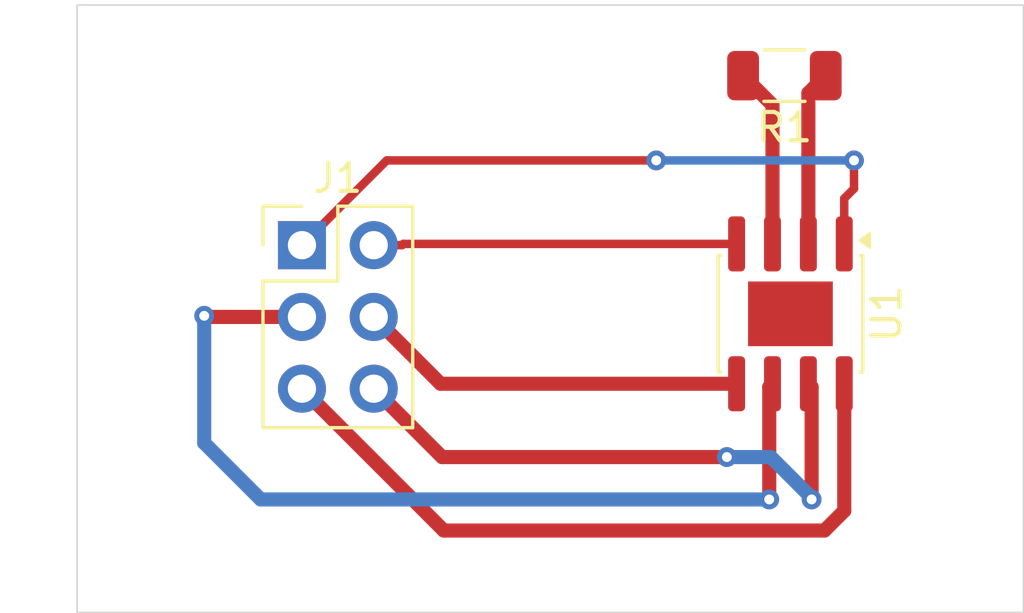
<source format=kicad_pcb>
(kicad_pcb (version 20241229) (generator "pcbnew") (generator_version "9.0")
  (layers (0 "F.Cu" signal) (2 "B.Cu" signal) (13 "F.Paste" user) (15 "B.Paste" user) (5 "F.SilkS" user "F.Silkscreen") (7 "B.SilkS" user "B.Silkscreen") (1 "F.Mask" user) (3 "B.Mask" user) (25 "Edge.Cuts" user))
  (net 0 "")
  (net 1 "/IN+")
  (net 2 "REF")
  (net 3 "Net-(J1-Pin_6)")
  (net 4 "/IN-")
  (net 5 "VDD")
  (net 6 "VSS")
  (net 7 "Net-(R1-Pad2)")
  (net 8 "Net-(R1-Pad1)")
  (footprint "Package_SO:SOIC-8-1EP_3.9x4.9mm_P1.27mm_EP2.29x3mm" (layer "F.Cu") (at 155.75 97.93 -90)
    (property "Reference" "U1" (at 0 -3.4 90) (layer "F.SilkS"))
    (property "Value" "AD8429")
    (fp_line (start -2.06 2.56) (end -2.06 2.465) (stroke (width 0.12)) (layer "F.SilkS"))
    (fp_line (start 2.06 2.56) (end -2.06 2.56) (stroke (width 0.12)) (layer "F.SilkS"))
    (fp_line (start 2.06 2.465) (end 2.06 2.56) (stroke (width 0.12)) (layer "F.SilkS"))
    (fp_line (start -2.06 -2.465) (end -2.06 -2.56) (stroke (width 0.12)) (layer "F.SilkS"))
    (fp_line (start -2.06 -2.56) (end 2.06 -2.56) (stroke (width 0.12)) (layer "F.SilkS"))
    (fp_line (start 2.06 -2.56) (end 2.06 -2.465) (stroke (width 0.12)) (layer "F.SilkS"))
    (fp_poly (pts (xy -2.6 -2.47) (xy -2.84 -2.8) (xy -2.36 -2.8)) (stroke (width 0.12)) (fill yes) (layer "F.SilkS"))
    (pad "1" smd roundrect (at -2.475 -1.905 270) (size 1.95 0.6) (layers "F.Cu" "F.Mask" "F.Paste") (net 4 "/IN-"))
    (pad "2" smd roundrect (at -2.475 -0.635 270) (size 1.95 0.6) (layers "F.Cu" "F.Mask" "F.Paste") (net 8 "Net-(R1-Pad1)"))
    (pad "3" smd roundrect (at -2.475 0.635 270) (size 1.95 0.6) (layers "F.Cu" "F.Mask" "F.Paste") (net 7 "Net-(R1-Pad2)"))
    (pad "4" smd roundrect (at -2.475 1.905 270) (size 1.95 0.6) (layers "F.Cu" "F.Mask" "F.Paste") (net 1 "/IN+"))
    (pad "5" smd roundrect (at 2.475 1.905 270) (size 1.95 0.6) (layers "F.Cu" "F.Mask" "F.Paste") (net 6 "VSS"))
    (pad "6" smd roundrect (at 2.475 0.635 270) (size 1.95 0.6) (layers "F.Cu" "F.Mask" "F.Paste") (net 2 "REF"))
    (pad "7" smd roundrect (at 2.475 -0.635 270) (size 1.95 0.6) (layers "F.Cu" "F.Mask" "F.Paste") (net 3 "Net-(J1-Pin_6)"))
    (pad "8" smd roundrect (at 2.475 -1.905 270) (size 1.95 0.6) (layers "F.Cu" "F.Mask" "F.Paste") (net 5 "VDD"))
    (pad "9" smd rect (at 0 0 270) (size 2.29 3) (property pad_prop_heatsink) (layers "F.Cu" "F.Mask"))
  )
  (footprint "Connector_PinHeader_2.54mm:PinHeader_2x03_P2.54mm_Vertical" (layer "F.Cu") (at 138.46 95.5)
    (property "Reference" "J1" (at 1.27 -2.38 0) (layer "F.SilkS"))
    (property "Value" "Conn_02x03_Counter_Clockwise")
    (fp_line (start -1.38 -1.38) (end 0 -1.38) (stroke (width 0.12)) (layer "F.SilkS"))
    (fp_line (start -1.38 0) (end -1.38 -1.38) (stroke (width 0.12)) (layer "F.SilkS"))
    (fp_line (start -1.38 1.27) (end -1.38 6.46) (stroke (width 0.12)) (layer "F.SilkS"))
    (fp_line (start -1.38 1.27) (end 1.27 1.27) (stroke (width 0.12)) (layer "F.SilkS"))
    (fp_line (start -1.38 6.46) (end 3.92 6.46) (stroke (width 0.12)) (layer "F.SilkS"))
    (fp_line (start 1.27 -1.38) (end 3.92 -1.38) (stroke (width 0.12)) (layer "F.SilkS"))
    (fp_line (start 1.27 1.27) (end 1.27 -1.38) (stroke (width 0.12)) (layer "F.SilkS"))
    (fp_line (start 3.92 -1.38) (end 3.92 6.46) (stroke (width 0.12)) (layer "F.SilkS"))
    (pad "1" thru_hole rect (at 0 0) (size 1.7 1.7) (drill 1) (layers "*.Cu" "*.Mask") (net 4 "/IN-"))
    (pad "2" thru_hole circle (at 2.54 0) (size 1.7 1.7) (drill 1) (layers "*.Cu" "*.Mask") (net 1 "/IN+"))
    (pad "3" thru_hole circle (at 0 2.54) (size 1.7 1.7) (drill 1) (layers "*.Cu" "*.Mask") (net 2 "REF"))
    (pad "4" thru_hole circle (at 2.54 2.54) (size 1.7 1.7) (drill 1) (layers "*.Cu" "*.Mask") (net 6 "VSS"))
    (pad "5" thru_hole circle (at 0 5.08) (size 1.7 1.7) (drill 1) (layers "*.Cu" "*.Mask") (net 5 "VDD"))
    (pad "6" thru_hole circle (at 2.54 5.08) (size 1.7 1.7) (drill 1) (layers "*.Cu" "*.Mask") (net 3 "Net-(J1-Pin_6)"))
  )
  (footprint "Resistor_SMD:R_1206_3216Metric" (layer "F.Cu") (at 155.5375 89.5 180)
    (property "Reference" "R1" (at 0 -1.83 0) (layer "F.SilkS"))
    (property "Value" "6k")
    (fp_line (start -0.727064 0.91) (end 0.727064 0.91) (stroke (width 0.12)) (layer "F.SilkS"))
    (fp_line (start -0.727064 -0.91) (end 0.727064 -0.91) (stroke (width 0.12)) (layer "F.SilkS"))
    (pad "1" smd roundrect (at -1.4625 0 180) (size 1.125 1.75) (layers "F.Cu" "F.Mask" "F.Paste") (roundrect_rratio 0.222222) (net 8 "Net-(R1-Pad1)"))
    (pad "2" smd roundrect (at 1.4625 0 180) (size 1.125 1.75) (layers "F.Cu" "F.Mask" "F.Paste") (roundrect_rratio 0.222222) (net 7 "Net-(R1-Pad2)"))
  )
  (gr_rect (start 130.5 87) (end 164 108.5) (stroke (width 0.05)) (fill no) (layer "Edge.Cuts"))
  (segment (start 141 95.5) (end 142 95.5) (width 0.3) (layer "F.Cu") (net 1))
  (segment (start 142 95.5) (end 142.045 95.455) (width 0.3) (layer "F.Cu") (net 1))
  (segment (start 142.045 95.455) (end 153.845 95.455) (width 0.3) (layer "F.Cu") (net 1))
  (segment (start 138.46 98.04) (end 135.04 98.04) (width 0.5) (layer "F.Cu") (net 2))
  (segment (start 155 104.5) (end 155 100.52) (width 0.5) (layer "F.Cu") (net 2))
  (segment (start 155 100.52) (end 155.115 100.405) (width 0.5) (layer "F.Cu") (net 2))
  (segment (start 135.04 98.04) (end 135 98) (width 0.5) (layer "F.Cu") (net 2))
  (via (at 135 98) (size 0.7) (drill 0.35) (layers "F.Cu" "B.Cu") (net 2))
  (via (at 155 104.5) (size 0.7) (drill 0.35) (layers "F.Cu" "B.Cu") (net 2))
  (segment (start 135 98) (end 135 102.5) (width 0.5) (layer "B.Cu") (net 2))
  (segment (start 137 104.5) (end 155 104.5) (width 0.5) (layer "B.Cu") (net 2))
  (segment (start 135 102.5) (end 137 104.5) (width 0.5) (layer "B.Cu") (net 2))
  (segment (start 141 100.58) (end 143.42 103) (width 0.5) (layer "F.Cu") (net 3))
  (segment (start 156.5 100.52) (end 156.385 100.405) (width 0.5) (layer "F.Cu") (net 3))
  (segment (start 143.42 103) (end 153.5 103) (width 0.5) (layer "F.Cu") (net 3))
  (segment (start 156.5 104.5) (end 156.5 100.52) (width 0.5) (layer "F.Cu") (net 3))
  (via (at 156.5 104.5) (size 0.7) (drill 0.35) (layers "F.Cu" "B.Cu") (net 3))
  (via (at 153.5 103) (size 0.7) (drill 0.35) (layers "F.Cu" "B.Cu") (net 3))
  (segment (start 155.05705 103) (end 156.5 104.44295) (width 0.5) (layer "B.Cu") (net 3))
  (segment (start 156.5 104.44295) (end 156.5 104.5) (width 0.5) (layer "B.Cu") (net 3))
  (segment (start 153.5 103) (end 155.05705 103) (width 0.5) (layer "B.Cu") (net 3))
  (segment (start 141.46 92.5) (end 151 92.5) (width 0.3) (layer "F.Cu") (net 4))
  (segment (start 158 93.5) (end 157.655 93.845) (width 0.3) (layer "F.Cu") (net 4))
  (segment (start 138.46 95.5) (end 141.46 92.5) (width 0.3) (layer "F.Cu") (net 4))
  (segment (start 158 92.5) (end 158 93.5) (width 0.3) (layer "F.Cu") (net 4))
  (segment (start 157.655 93.845) (end 157.655 95.455) (width 0.3) (layer "F.Cu") (net 4))
  (via (at 151 92.5) (size 0.7) (drill 0.35) (layers "F.Cu" "B.Cu") (net 4))
  (via (at 158 92.5) (size 0.7) (drill 0.35) (layers "F.Cu" "B.Cu") (net 4))
  (segment (start 151 92.5) (end 158 92.5) (width 0.3) (layer "B.Cu") (net 4))
  (segment (start 143.481 105.601) (end 156.95605 105.601) (width 0.5) (layer "F.Cu") (net 5))
  (segment (start 157.655 104.90205) (end 157.655 100.405) (width 0.5) (layer "F.Cu") (net 5))
  (segment (start 156.95605 105.601) (end 157.655 104.90205) (width 0.5) (layer "F.Cu") (net 5))
  (segment (start 138.46 100.58) (end 143.481 105.601) (width 0.5) (layer "F.Cu") (net 5))
  (segment (start 141 98.04) (end 143.365 100.405) (width 0.5) (layer "F.Cu") (net 6))
  (segment (start 143.365 100.405) (end 153.845 100.405) (width 0.5) (layer "F.Cu") (net 6))
  (segment (start 155.115 90.54) (end 155.115 95.455) (width 0.5) (layer "F.Cu") (net 7))
  (segment (start 154.075 89.5) (end 155.115 90.54) (width 0.5) (layer "F.Cu") (net 7))
  (segment (start 156.385 90.115) (end 156.385 95.455) (width 0.5) (layer "F.Cu") (net 8))
  (segment (start 157 89.5) (end 156.385 90.115) (width 0.5) (layer "F.Cu") (net 8))
)
</source>
